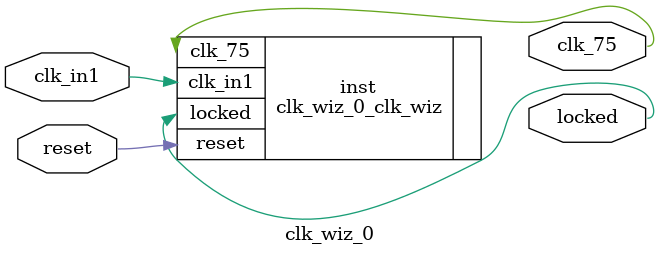
<source format=v>


`timescale 1ps/1ps

(* CORE_GENERATION_INFO = "clk_wiz_0,clk_wiz_v6_0_4_0_0,{component_name=clk_wiz_0,use_phase_alignment=true,use_min_o_jitter=false,use_max_i_jitter=false,use_dyn_phase_shift=false,use_inclk_switchover=false,use_dyn_reconfig=false,enable_axi=0,feedback_source=FDBK_AUTO,PRIMITIVE=MMCM,num_out_clk=1,clkin1_period=10.000,clkin2_period=10.000,use_power_down=false,use_reset=true,use_locked=true,use_inclk_stopped=false,feedback_type=SINGLE,CLOCK_MGR_TYPE=NA,manual_override=false}" *)

module clk_wiz_0 
 (
  // Clock out ports
  output        clk_75,
  // Status and control signals
  input         reset,
  output        locked,
 // Clock in ports
  input         clk_in1
 );

  clk_wiz_0_clk_wiz inst
  (
  // Clock out ports  
  .clk_75(clk_75),
  // Status and control signals               
  .reset(reset), 
  .locked(locked),
 // Clock in ports
  .clk_in1(clk_in1)
  );

endmodule

</source>
